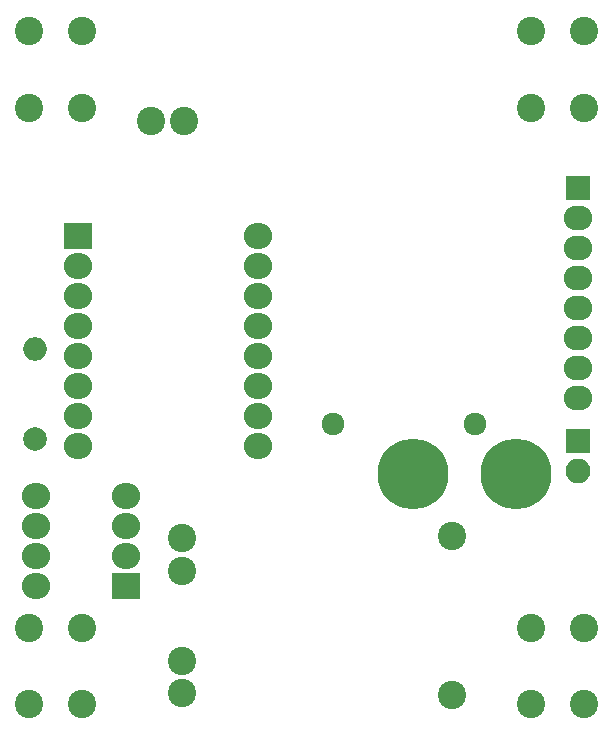
<source format=gbr>
G04 #@! TF.FileFunction,Soldermask,Bot*
%FSLAX46Y46*%
G04 Gerber Fmt 4.6, Leading zero omitted, Abs format (unit mm)*
G04 Created by KiCad (PCBNEW 4.0.7-e2-6376~61~ubuntu18.04.1) date Tue Sep  4 16:19:30 2018*
%MOMM*%
%LPD*%
G01*
G04 APERTURE LIST*
%ADD10C,0.100000*%
%ADD11C,1.924000*%
%ADD12C,6.000000*%
%ADD13R,2.100000X2.100000*%
%ADD14O,2.400000X2.100000*%
%ADD15C,2.400000*%
%ADD16R,2.400000X2.200000*%
%ADD17O,2.400000X2.200000*%
%ADD18C,2.000000*%
%ADD19O,2.000000X2.000000*%
%ADD20O,2.100000X2.100000*%
G04 APERTURE END LIST*
D10*
D11*
X160500000Y-122300000D03*
X172500000Y-122300000D03*
D12*
X167250000Y-126500000D03*
X176000000Y-126500000D03*
D13*
X181250000Y-102250000D03*
D14*
X181250000Y-104790000D03*
X181250000Y-107330000D03*
X181250000Y-109870000D03*
X181250000Y-112410000D03*
X181250000Y-114950000D03*
X181250000Y-117490000D03*
X181250000Y-120030000D03*
D15*
X139250000Y-95500000D03*
X134750000Y-95500000D03*
X139250000Y-89000000D03*
X134750000Y-89000000D03*
X181750000Y-95500000D03*
X177250000Y-95500000D03*
X181750000Y-89000000D03*
X177250000Y-89000000D03*
X181750000Y-146000000D03*
X177250000Y-146000000D03*
X181750000Y-139500000D03*
X177250000Y-139500000D03*
X139250000Y-146000000D03*
X134750000Y-146000000D03*
X139250000Y-139500000D03*
X134750000Y-139500000D03*
X147720000Y-142310000D03*
X147720000Y-134690000D03*
X147720000Y-131946800D03*
X147720000Y-145053200D03*
X170580000Y-131743600D03*
X170580000Y-145256400D03*
D16*
X143000000Y-136000000D03*
D17*
X135380000Y-128380000D03*
X143000000Y-133460000D03*
X135380000Y-130920000D03*
X143000000Y-130920000D03*
X135380000Y-133460000D03*
X143000000Y-128380000D03*
X135380000Y-136000000D03*
X154120000Y-124140000D03*
X154120000Y-121600000D03*
X154120000Y-119060000D03*
X154120000Y-116520000D03*
X154120000Y-113980000D03*
X154120000Y-111440000D03*
X154120000Y-108900000D03*
X154120000Y-106360000D03*
X138880000Y-124140000D03*
X138880000Y-121600000D03*
X138880000Y-119060000D03*
X138880000Y-116520000D03*
X138880000Y-113980000D03*
X138880000Y-111440000D03*
X138880000Y-108900000D03*
D16*
X138880000Y-106360000D03*
D15*
X147875000Y-96650000D03*
X145100000Y-96650000D03*
D18*
X135250000Y-123500000D03*
D19*
X135250000Y-115880000D03*
D13*
X181250000Y-123750000D03*
D20*
X181250000Y-126290000D03*
M02*

</source>
